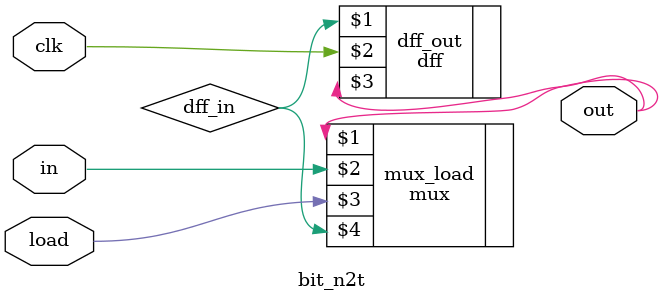
<source format=sv>
`ifndef mux
    `include "../01/mux.sv"
`endif
`ifndef dff
    `include "dff.sv"
`endif
`define bit_n2t 1

module bit_n2t(
    input  in,
    input  load,
    input  clk,
    output out
);

    wire dff_in;
    mux mux_load(out, in, load, dff_in);
    dff dff_out(dff_in, clk, out);

endmodule

</source>
